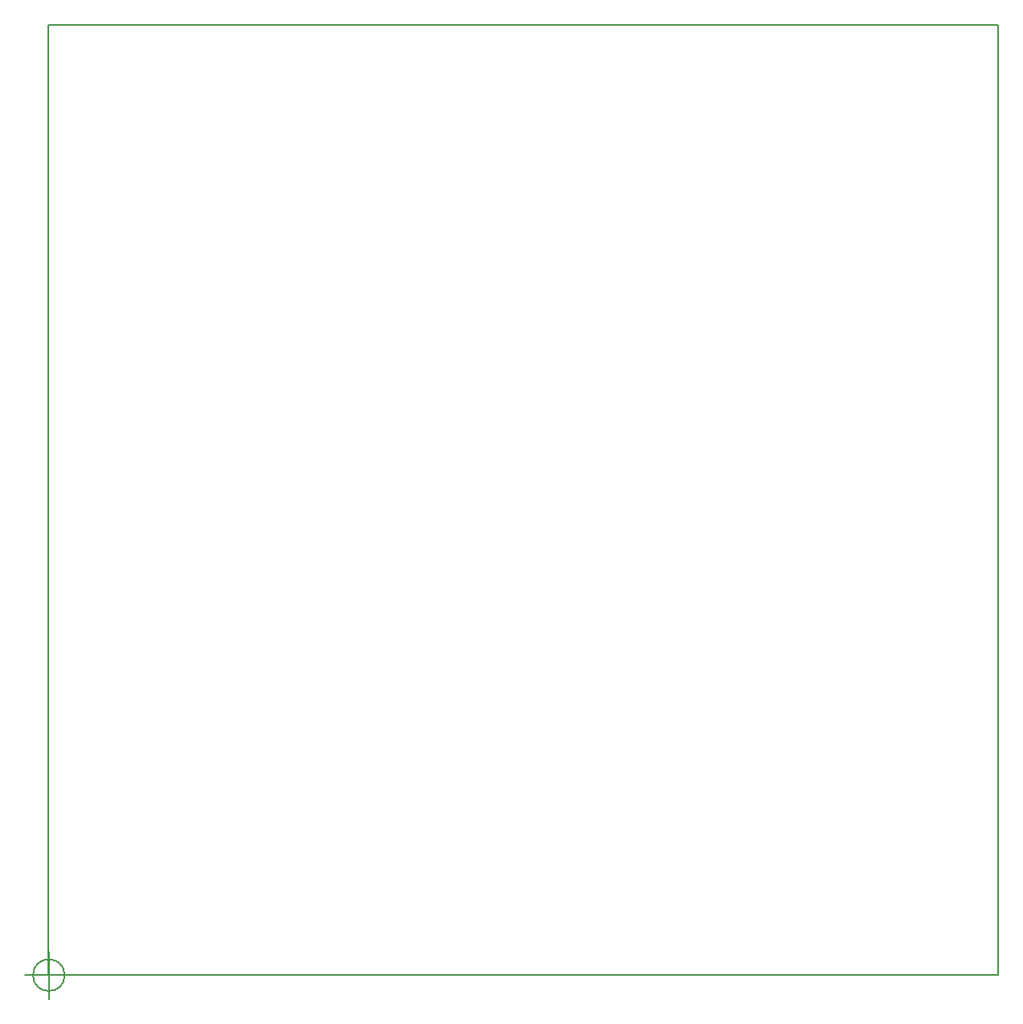
<source format=gbr>
%TF.GenerationSoftware,KiCad,Pcbnew,(5.0.2)-1*%
%TF.CreationDate,2020-01-22T19:31:58-08:00*%
%TF.ProjectId,noname.kicad_pcb_panel_x2,6e6f6e61-6d65-42e6-9b69-6361645f7063,rev?*%
%TF.SameCoordinates,PX4c4b400PY8f0d180*%
%TF.FileFunction,Profile,NP*%
%FSLAX46Y46*%
G04 Gerber Fmt 4.6, Leading zero omitted, Abs format (unit mm)*
G04 Created by KiCad (PCBNEW (5.0.2)-1) date 1/22/2020 7:31:58 PM*
%MOMM*%
%LPD*%
G01*
G04 APERTURE LIST*
%ADD10C,0.150000*%
G04 APERTURE END LIST*
D10*
X100000000Y0D02*
X0Y0D01*
X100000000Y100000000D02*
X100000000Y0D01*
X0Y100000000D02*
X100000000Y100000000D01*
X0Y0D02*
X0Y100000000D01*
X1720666Y-44000D02*
G75*
G03X1720666Y-44000I-1666666J0D01*
G01*
X-2446000Y-44000D02*
X2554000Y-44000D01*
X54000Y2456000D02*
X54000Y-2544000D01*
M02*

</source>
